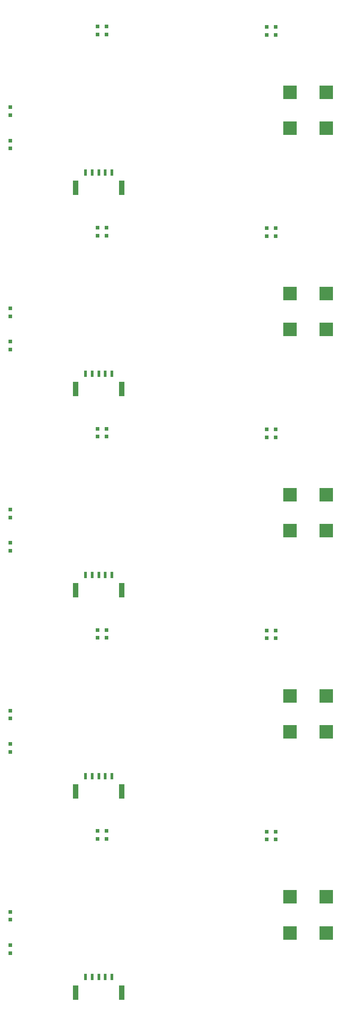
<source format=gbp>
G04*
G04 #@! TF.GenerationSoftware,Altium Limited,Altium Designer,22.1.2 (22)*
G04*
G04 Layer_Color=128*
%FSLAX44Y44*%
%MOMM*%
G71*
G04*
G04 #@! TF.SameCoordinates,E043F6CF-6A60-43DD-A528-41309D8B8766*
G04*
G04*
G04 #@! TF.FilePolarity,Positive*
G04*
G01*
G75*
%ADD83R,0.8000X0.8000*%
%ADD84R,2.5000X2.5000*%
%ADD85R,0.6000X1.2500*%
%ADD86R,1.0000X2.7000*%
D83*
X735000Y369500D02*
D03*
Y354500D02*
D03*
X717500Y369500D02*
D03*
Y354500D02*
D03*
X397500Y355500D02*
D03*
Y370500D02*
D03*
X415000Y355500D02*
D03*
Y370500D02*
D03*
X232500Y218000D02*
D03*
Y203000D02*
D03*
Y155000D02*
D03*
Y140000D02*
D03*
X735000Y749500D02*
D03*
Y734500D02*
D03*
X717500Y749500D02*
D03*
Y734500D02*
D03*
X397500Y735500D02*
D03*
Y750500D02*
D03*
X415000Y735500D02*
D03*
Y750500D02*
D03*
X232500Y598000D02*
D03*
Y583000D02*
D03*
Y535000D02*
D03*
Y520000D02*
D03*
X735000Y1129500D02*
D03*
Y1114500D02*
D03*
X717500Y1129500D02*
D03*
Y1114500D02*
D03*
X397500Y1115500D02*
D03*
Y1130500D02*
D03*
X415000Y1115500D02*
D03*
Y1130500D02*
D03*
X232500Y978000D02*
D03*
Y963000D02*
D03*
Y915000D02*
D03*
Y900000D02*
D03*
X735000Y1509500D02*
D03*
Y1494500D02*
D03*
X717500Y1509500D02*
D03*
Y1494500D02*
D03*
X397500Y1495500D02*
D03*
Y1510500D02*
D03*
X415000Y1495500D02*
D03*
Y1510500D02*
D03*
X232500Y1358000D02*
D03*
Y1343000D02*
D03*
Y1295000D02*
D03*
Y1280000D02*
D03*
X735000Y1889500D02*
D03*
Y1874500D02*
D03*
X717500Y1889500D02*
D03*
Y1874500D02*
D03*
X397500Y1875500D02*
D03*
Y1890500D02*
D03*
X415000Y1875500D02*
D03*
Y1890500D02*
D03*
X232500Y1738000D02*
D03*
Y1723000D02*
D03*
Y1675000D02*
D03*
Y1660000D02*
D03*
D84*
X830500Y246000D02*
D03*
X761500D02*
D03*
X830500Y178000D02*
D03*
X761500D02*
D03*
X830500Y626000D02*
D03*
X761500D02*
D03*
X830500Y558000D02*
D03*
X761500D02*
D03*
X830500Y1006000D02*
D03*
X761500D02*
D03*
X830500Y938000D02*
D03*
X761500D02*
D03*
X830500Y1386000D02*
D03*
X761500D02*
D03*
X830500Y1318000D02*
D03*
X761500D02*
D03*
X830500Y1766000D02*
D03*
X761500D02*
D03*
X830500Y1698000D02*
D03*
X761500D02*
D03*
D85*
X425000Y94500D02*
D03*
X412500D02*
D03*
X400000D02*
D03*
X387500D02*
D03*
X375000D02*
D03*
X425000Y474500D02*
D03*
X412500D02*
D03*
X400000D02*
D03*
X387500D02*
D03*
X375000D02*
D03*
X425000Y854500D02*
D03*
X412500D02*
D03*
X400000D02*
D03*
X387500D02*
D03*
X375000D02*
D03*
X425000Y1234500D02*
D03*
X412500D02*
D03*
X400000D02*
D03*
X387500D02*
D03*
X375000D02*
D03*
X425000Y1614500D02*
D03*
X412500D02*
D03*
X400000D02*
D03*
X387500D02*
D03*
X375000D02*
D03*
D86*
X443500Y65500D02*
D03*
X356500D02*
D03*
X443500Y445500D02*
D03*
X356500D02*
D03*
X443500Y825500D02*
D03*
X356500D02*
D03*
X443500Y1205500D02*
D03*
X356500D02*
D03*
X443500Y1585500D02*
D03*
X356500D02*
D03*
M02*

</source>
